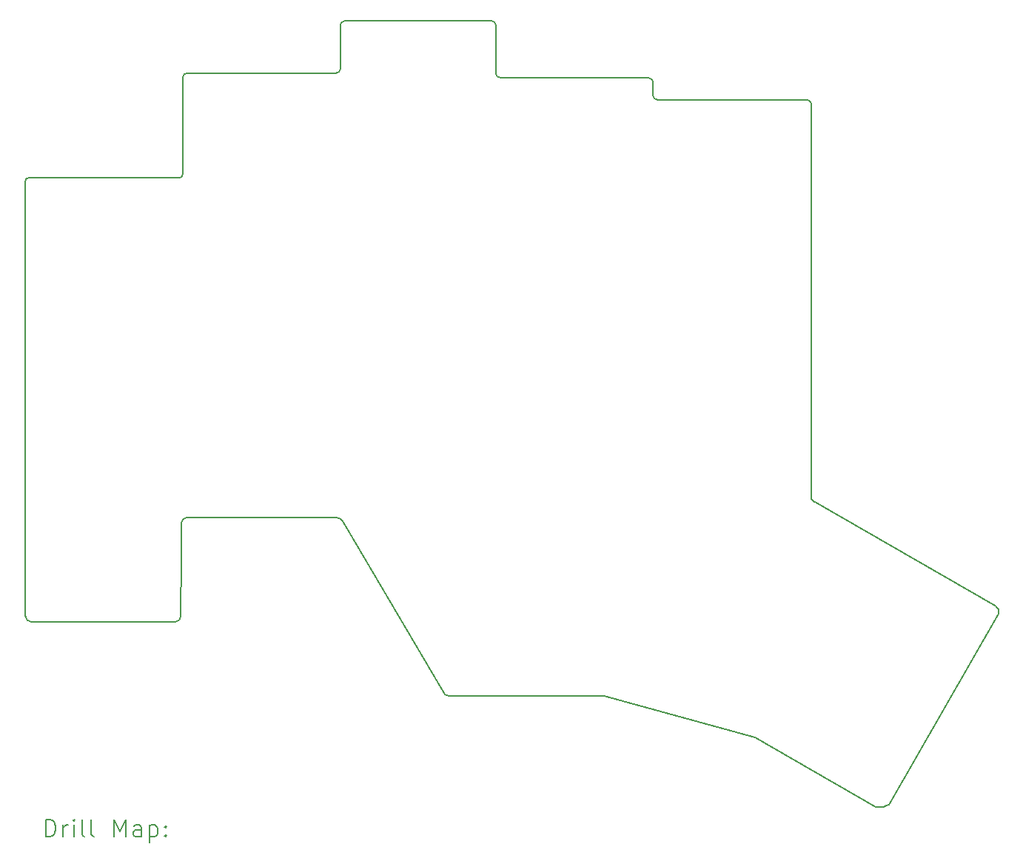
<source format=gbr>
%FSLAX45Y45*%
G04 Gerber Fmt 4.5, Leading zero omitted, Abs format (unit mm)*
G04 Created by KiCad (PCBNEW (5.99.0-11177-g6c67dfa032)) date 2021-10-11 00:02:21*
%MOMM*%
%LPD*%
G01*
G04 APERTURE LIST*
%TA.AperFunction,Profile*%
%ADD10C,0.150000*%
%TD*%
%ADD11C,0.200000*%
G04 APERTURE END LIST*
D10*
X9454085Y-6201445D02*
X7741920Y-6197600D01*
X17576800Y-13365480D02*
X18830400Y-11188400D01*
X16047720Y-12598400D02*
X17428867Y-13395960D01*
X12537440Y-12124081D02*
X14315440Y-12125960D01*
X16686000Y-5345000D02*
G75*
G03*
X16636050Y-5305500I-49950J-11833D01*
G01*
X16636050Y-5305500D02*
X14929320Y-5306902D01*
X9454085Y-6201445D02*
G75*
G03*
X9504085Y-6151445I0J50000D01*
G01*
X9551712Y-5000682D02*
G75*
G03*
X9501712Y-5050682I0J-50000D01*
G01*
X13031000Y-4403620D02*
X11353000Y-4404955D01*
X13081000Y-5005340D02*
X13081000Y-4453620D01*
X14829320Y-5056902D02*
X13131000Y-5055340D01*
X14879320Y-5256902D02*
X14879320Y-5106902D01*
X9501712Y-5050682D02*
X9504085Y-6151445D01*
X11254712Y-5000682D02*
X9551712Y-5000682D01*
X11303000Y-4454955D02*
X11304712Y-4950682D01*
X11254712Y-5000682D02*
G75*
G03*
X11304712Y-4950682I0J50000D01*
G01*
X11353000Y-4404955D02*
G75*
G03*
X11303000Y-4454955I0J-50000D01*
G01*
X13081000Y-4453620D02*
G75*
G03*
X13031000Y-4403620I-50000J0D01*
G01*
X13081000Y-5005340D02*
G75*
G03*
X13131000Y-5055340I50000J0D01*
G01*
X14879320Y-5106902D02*
G75*
G03*
X14829320Y-5056902I-50000J0D01*
G01*
X14879320Y-5256902D02*
G75*
G03*
X14929320Y-5306902I50000J0D01*
G01*
X9545320Y-10086265D02*
X11262360Y-10086265D01*
X9484360Y-10556240D02*
X9484360Y-10147225D01*
X11329486Y-10129488D02*
G75*
G03*
X11262360Y-10086265I-67126J-30512D01*
G01*
X12537440Y-12124081D02*
G75*
G02*
X12501880Y-12110720I0J54001D01*
G01*
X17576800Y-13365480D02*
G75*
G02*
X17428867Y-13395960I-103931J130189D01*
G01*
X7701280Y-9377680D02*
X7701280Y-11074400D01*
X7696200Y-6243320D02*
X7701280Y-7670800D01*
X16686000Y-5345000D02*
X16689000Y-9874000D01*
X9479280Y-11211560D02*
X9484360Y-10556240D01*
X9545320Y-10086265D02*
G75*
G03*
X9484360Y-10147225I0J-60960D01*
G01*
X16689000Y-9874000D02*
G75*
G03*
X16728000Y-9911000I61391J25656D01*
G01*
X9479280Y-11211560D02*
G75*
G02*
X9413240Y-11277600I-66040J0D01*
G01*
X7701280Y-11211560D02*
X7701280Y-11074400D01*
X18802163Y-11102002D02*
X16728000Y-9911000D01*
X7701280Y-7670800D02*
X7701280Y-9377680D01*
X18802163Y-11102002D02*
G75*
G02*
X18830400Y-11188400I-31163J-57998D01*
G01*
X11329486Y-10129488D02*
X12501880Y-12110720D01*
X7696200Y-6243320D02*
G75*
G02*
X7741920Y-6197600I45720J0D01*
G01*
X7767320Y-11277600D02*
X9413240Y-11277600D01*
X14315440Y-12125960D02*
X16047720Y-12598400D01*
X7767320Y-11277600D02*
G75*
G02*
X7701280Y-11211560I0J66040D01*
G01*
D11*
X7931319Y-13734853D02*
X7931319Y-13534853D01*
X7978938Y-13534853D01*
X8007509Y-13544376D01*
X8026557Y-13563424D01*
X8036081Y-13582472D01*
X8045605Y-13620567D01*
X8045605Y-13649138D01*
X8036081Y-13687234D01*
X8026557Y-13706281D01*
X8007509Y-13725329D01*
X7978938Y-13734853D01*
X7931319Y-13734853D01*
X8131319Y-13734853D02*
X8131319Y-13601519D01*
X8131319Y-13639614D02*
X8140843Y-13620567D01*
X8150367Y-13611043D01*
X8169414Y-13601519D01*
X8188462Y-13601519D01*
X8255128Y-13734853D02*
X8255128Y-13601519D01*
X8255128Y-13534853D02*
X8245605Y-13544376D01*
X8255128Y-13553900D01*
X8264652Y-13544376D01*
X8255128Y-13534853D01*
X8255128Y-13553900D01*
X8378938Y-13734853D02*
X8359890Y-13725329D01*
X8350367Y-13706281D01*
X8350367Y-13534853D01*
X8483700Y-13734853D02*
X8464652Y-13725329D01*
X8455129Y-13706281D01*
X8455129Y-13534853D01*
X8712271Y-13734853D02*
X8712271Y-13534853D01*
X8778938Y-13677710D01*
X8845605Y-13534853D01*
X8845605Y-13734853D01*
X9026557Y-13734853D02*
X9026557Y-13630091D01*
X9017033Y-13611043D01*
X8997986Y-13601519D01*
X8959890Y-13601519D01*
X8940843Y-13611043D01*
X9026557Y-13725329D02*
X9007510Y-13734853D01*
X8959890Y-13734853D01*
X8940843Y-13725329D01*
X8931319Y-13706281D01*
X8931319Y-13687234D01*
X8940843Y-13668186D01*
X8959890Y-13658662D01*
X9007510Y-13658662D01*
X9026557Y-13649138D01*
X9121795Y-13601519D02*
X9121795Y-13801519D01*
X9121795Y-13611043D02*
X9140843Y-13601519D01*
X9178938Y-13601519D01*
X9197986Y-13611043D01*
X9207510Y-13620567D01*
X9217033Y-13639614D01*
X9217033Y-13696757D01*
X9207510Y-13715805D01*
X9197986Y-13725329D01*
X9178938Y-13734853D01*
X9140843Y-13734853D01*
X9121795Y-13725329D01*
X9302748Y-13715805D02*
X9312271Y-13725329D01*
X9302748Y-13734853D01*
X9293224Y-13725329D01*
X9302748Y-13715805D01*
X9302748Y-13734853D01*
X9302748Y-13611043D02*
X9312271Y-13620567D01*
X9302748Y-13630091D01*
X9293224Y-13620567D01*
X9302748Y-13611043D01*
X9302748Y-13630091D01*
M02*

</source>
